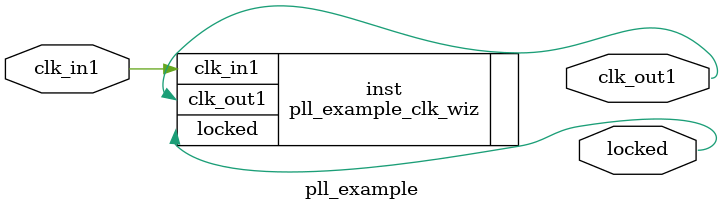
<source format=v>


`timescale 1ps/1ps

(* CORE_GENERATION_INFO = "pll_example,clk_wiz_v6_0_4_0_0,{component_name=pll_example,use_phase_alignment=true,use_min_o_jitter=false,use_max_i_jitter=false,use_dyn_phase_shift=false,use_inclk_switchover=false,use_dyn_reconfig=false,enable_axi=0,feedback_source=FDBK_AUTO,PRIMITIVE=MMCM,num_out_clk=1,clkin1_period=10.000,clkin2_period=10.000,use_power_down=false,use_reset=false,use_locked=true,use_inclk_stopped=false,feedback_type=SINGLE,CLOCK_MGR_TYPE=NA,manual_override=false}" *)

module pll_example 
 (
  // Clock out ports
  output        clk_out1,
  // Status and control signals
  output        locked,
 // Clock in ports
  input         clk_in1
 );

  pll_example_clk_wiz inst
  (
  // Clock out ports  
  .clk_out1(clk_out1),
  // Status and control signals               
  .locked(locked),
 // Clock in ports
  .clk_in1(clk_in1)
  );

endmodule

</source>
